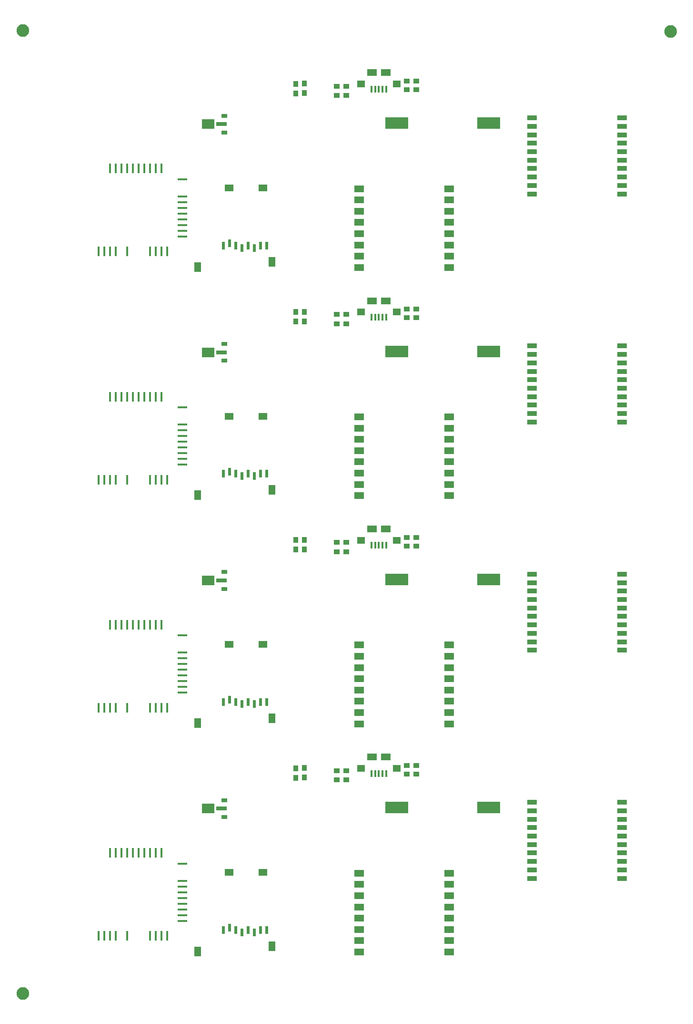
<source format=gbr>
G04 #@! TF.GenerationSoftware,KiCad,Pcbnew,(5.0.0)*
G04 #@! TF.CreationDate,2018-12-28T17:12:47-06:00*
G04 #@! TF.ProjectId,fk-core-v0.15-01x04,666B2D636F72652D76302E31352D3031,0.1*
G04 #@! TF.SameCoordinates,PX791ddc0PY791ddc0*
G04 #@! TF.FileFunction,Paste,Bot*
G04 #@! TF.FilePolarity,Positive*
%FSLAX46Y46*%
G04 Gerber Fmt 4.6, Leading zero omitted, Abs format (unit mm)*
G04 Created by KiCad (PCBNEW (5.0.0)) date 12/28/18 17:12:47*
%MOMM*%
%LPD*%
G01*
G04 APERTURE LIST*
%ADD10R,1.259586X1.709928*%
%ADD11R,1.618488X1.259586*%
%ADD12R,0.628650X1.348740*%
%ADD13R,0.990000X0.900000*%
%ADD14R,2.250000X1.800000*%
%ADD15R,1.080000X0.720000*%
%ADD16R,1.980000X0.720000*%
%ADD17R,1.800000X1.170000*%
%ADD18R,1.440000X1.260000*%
%ADD19R,0.360000X1.215000*%
%ADD20R,1.710000X1.260000*%
%ADD21R,0.360000X1.710000*%
%ADD22R,1.710000X0.360000*%
%ADD23R,4.050000X2.070000*%
%ADD24R,1.799082X0.900684*%
%ADD25R,0.900000X0.990000*%
%ADD26C,2.250000*%
G04 APERTURE END LIST*
D10*
G04 #@! TO.C,M7*
X-48854360Y-68071100D03*
X-35653980Y-67169400D03*
D11*
X-43253660Y-54070620D03*
X-37254180Y-54070620D03*
D12*
X-36553140Y-64268720D03*
X-37652960Y-64268720D03*
X-38752780Y-64670040D03*
X-39855140Y-64268720D03*
X-40954960Y-64670040D03*
X-42054780Y-64268720D03*
X-43154600Y-63869940D03*
X-44254420Y-64268720D03*
G04 #@! TD*
D13*
G04 #@! TO.C,R30*
X-9982200Y-36587800D03*
X-11682200Y-36587800D03*
G04 #@! TD*
G04 #@! TO.C,R23*
X-9970400Y-35063800D03*
X-11670400Y-35063800D03*
G04 #@! TD*
D14*
G04 #@! TO.C,U14*
X-46972400Y-42709200D03*
D15*
X-44122400Y-44209200D03*
D16*
X-44622400Y-42709200D03*
D15*
X-44122400Y-41209200D03*
G04 #@! TD*
D17*
G04 #@! TO.C,U3*
X-4141200Y-68171200D03*
X-4141200Y-66171200D03*
X-4141200Y-64171200D03*
X-4141200Y-62171200D03*
X-4141200Y-60171200D03*
X-4141200Y-58171200D03*
X-4141200Y-56171200D03*
X-4141200Y-54171200D03*
X-20141200Y-54171200D03*
X-20141200Y-56171200D03*
X-20141200Y-58171200D03*
X-20141200Y-60171200D03*
X-20141200Y-62171200D03*
X-20141200Y-64171200D03*
X-20141200Y-66171200D03*
X-20141200Y-68171200D03*
G04 #@! TD*
D18*
G04 #@! TO.C,J9*
X-19816200Y-35566200D03*
D19*
X-15316200Y-36486200D03*
X-15966200Y-36486200D03*
X-17916200Y-36486200D03*
X-17266200Y-36486200D03*
D20*
X-17816200Y-33566200D03*
X-15416200Y-33566200D03*
D19*
X-16616200Y-36486200D03*
D18*
X-13416200Y-35566200D03*
G04 #@! TD*
D21*
G04 #@! TO.C,U1*
X-64395530Y-50587060D03*
X-63379534Y-50587060D03*
X-62363534Y-50587060D03*
X-61347530Y-50587060D03*
X-60331530Y-50587060D03*
X-59315530Y-50587060D03*
X-58299530Y-50587060D03*
X-57283530Y-50587060D03*
X-56267530Y-50587060D03*
X-55251530Y-50587060D03*
X-66435750Y-65317330D03*
X-65419750Y-65317330D03*
X-64403750Y-65317330D03*
X-63387753Y-65317330D03*
X-61355750Y-65317330D03*
X-54243750Y-65317330D03*
X-55259750Y-65317330D03*
X-56275750Y-65317330D03*
X-57291750Y-65317330D03*
D22*
X-51572300Y-52486930D03*
X-51572300Y-62646930D03*
X-51572300Y-61630930D03*
X-51572300Y-60614930D03*
X-51572300Y-59598930D03*
X-51572300Y-58582931D03*
X-51572300Y-57566931D03*
X-51572300Y-56550930D03*
X-51572300Y-55534930D03*
G04 #@! TD*
D23*
G04 #@! TO.C,BT1*
X-13453600Y-42556800D03*
X2946400Y-42556800D03*
G04 #@! TD*
D24*
G04 #@! TO.C,U10*
X26644600Y-55096780D03*
X26644600Y-53598180D03*
X26644600Y-52097040D03*
X26644600Y-50598440D03*
X26644600Y-49097300D03*
X26644600Y-47598700D03*
X26644600Y-46097560D03*
X26644600Y-44598960D03*
X26644600Y-43097820D03*
X26644600Y-41599220D03*
X10642600Y-41599220D03*
X10642600Y-43097820D03*
X10642600Y-44598960D03*
X10642600Y-46097560D03*
X10642600Y-47598700D03*
X10642600Y-49097300D03*
X10642600Y-50598440D03*
X10642600Y-52097040D03*
X10642600Y-53598180D03*
X10642600Y-55096780D03*
G04 #@! TD*
D13*
G04 #@! TO.C,R31*
X-24116476Y-35971505D03*
X-22416476Y-35971505D03*
G04 #@! TD*
D25*
G04 #@! TO.C,R26*
X-31369000Y-37234600D03*
X-31369000Y-35534600D03*
G04 #@! TD*
G04 #@! TO.C,R27*
X-29845000Y-37209200D03*
X-29845000Y-35509200D03*
G04 #@! TD*
D13*
G04 #@! TO.C,C14*
X-22416476Y-37622505D03*
X-24116476Y-37622505D03*
G04 #@! TD*
D12*
G04 #@! TO.C,M7*
X-44254420Y-23768720D03*
X-43154600Y-23369940D03*
X-42054780Y-23768720D03*
X-40954960Y-24170040D03*
X-39855140Y-23768720D03*
X-38752780Y-24170040D03*
X-37652960Y-23768720D03*
X-36553140Y-23768720D03*
D11*
X-37254180Y-13570620D03*
X-43253660Y-13570620D03*
D10*
X-35653980Y-26669400D03*
X-48854360Y-27571100D03*
G04 #@! TD*
D18*
G04 #@! TO.C,J9*
X-13416200Y4933800D03*
D19*
X-16616200Y4013800D03*
D20*
X-15416200Y6933800D03*
X-17816200Y6933800D03*
D19*
X-17266200Y4013800D03*
X-17916200Y4013800D03*
X-15966200Y4013800D03*
X-15316200Y4013800D03*
D18*
X-19816200Y4933800D03*
G04 #@! TD*
D22*
G04 #@! TO.C,U1*
X-51572300Y-15034930D03*
X-51572300Y-16050930D03*
X-51572300Y-17066931D03*
X-51572300Y-18082931D03*
X-51572300Y-19098930D03*
X-51572300Y-20114930D03*
X-51572300Y-21130930D03*
X-51572300Y-22146930D03*
X-51572300Y-11986930D03*
D21*
X-57291750Y-24817330D03*
X-56275750Y-24817330D03*
X-55259750Y-24817330D03*
X-54243750Y-24817330D03*
X-61355750Y-24817330D03*
X-63387753Y-24817330D03*
X-64403750Y-24817330D03*
X-65419750Y-24817330D03*
X-66435750Y-24817330D03*
X-55251530Y-10087060D03*
X-56267530Y-10087060D03*
X-57283530Y-10087060D03*
X-58299530Y-10087060D03*
X-59315530Y-10087060D03*
X-60331530Y-10087060D03*
X-61347530Y-10087060D03*
X-62363534Y-10087060D03*
X-63379534Y-10087060D03*
X-64395530Y-10087060D03*
G04 #@! TD*
D23*
G04 #@! TO.C,BT1*
X2946400Y-2056800D03*
X-13453600Y-2056800D03*
G04 #@! TD*
D24*
G04 #@! TO.C,U10*
X10642600Y-14596780D03*
X10642600Y-13098180D03*
X10642600Y-11597040D03*
X10642600Y-10098440D03*
X10642600Y-8597300D03*
X10642600Y-7098700D03*
X10642600Y-5597560D03*
X10642600Y-4098960D03*
X10642600Y-2597820D03*
X10642600Y-1099220D03*
X26644600Y-1099220D03*
X26644600Y-2597820D03*
X26644600Y-4098960D03*
X26644600Y-5597560D03*
X26644600Y-7098700D03*
X26644600Y-8597300D03*
X26644600Y-10098440D03*
X26644600Y-11597040D03*
X26644600Y-13098180D03*
X26644600Y-14596780D03*
G04 #@! TD*
D13*
G04 #@! TO.C,C14*
X-24116476Y2877495D03*
X-22416476Y2877495D03*
G04 #@! TD*
D25*
G04 #@! TO.C,R27*
X-29845000Y4990800D03*
X-29845000Y3290800D03*
G04 #@! TD*
D13*
G04 #@! TO.C,R31*
X-22416476Y4528495D03*
X-24116476Y4528495D03*
G04 #@! TD*
D25*
G04 #@! TO.C,R26*
X-31369000Y4965400D03*
X-31369000Y3265400D03*
G04 #@! TD*
D13*
G04 #@! TO.C,R30*
X-11682200Y3912200D03*
X-9982200Y3912200D03*
G04 #@! TD*
D17*
G04 #@! TO.C,U3*
X-20141200Y-27671200D03*
X-20141200Y-25671200D03*
X-20141200Y-23671200D03*
X-20141200Y-21671200D03*
X-20141200Y-19671200D03*
X-20141200Y-17671200D03*
X-20141200Y-15671200D03*
X-20141200Y-13671200D03*
X-4141200Y-13671200D03*
X-4141200Y-15671200D03*
X-4141200Y-17671200D03*
X-4141200Y-19671200D03*
X-4141200Y-21671200D03*
X-4141200Y-23671200D03*
X-4141200Y-25671200D03*
X-4141200Y-27671200D03*
G04 #@! TD*
D13*
G04 #@! TO.C,R23*
X-11670400Y5436200D03*
X-9970400Y5436200D03*
G04 #@! TD*
D15*
G04 #@! TO.C,U14*
X-44122400Y-709200D03*
D16*
X-44622400Y-2209200D03*
D15*
X-44122400Y-3709200D03*
D14*
X-46972400Y-2209200D03*
G04 #@! TD*
D10*
G04 #@! TO.C,M7*
X-48854360Y12928900D03*
X-35653980Y13830600D03*
D11*
X-43253660Y26929380D03*
X-37254180Y26929380D03*
D12*
X-36553140Y16731280D03*
X-37652960Y16731280D03*
X-38752780Y16329960D03*
X-39855140Y16731280D03*
X-40954960Y16329960D03*
X-42054780Y16731280D03*
X-43154600Y17130060D03*
X-44254420Y16731280D03*
G04 #@! TD*
D18*
G04 #@! TO.C,J9*
X-19816200Y45433800D03*
D19*
X-15316200Y44513800D03*
X-15966200Y44513800D03*
X-17916200Y44513800D03*
X-17266200Y44513800D03*
D20*
X-17816200Y47433800D03*
X-15416200Y47433800D03*
D19*
X-16616200Y44513800D03*
D18*
X-13416200Y45433800D03*
G04 #@! TD*
D21*
G04 #@! TO.C,U1*
X-64395530Y30412940D03*
X-63379534Y30412940D03*
X-62363534Y30412940D03*
X-61347530Y30412940D03*
X-60331530Y30412940D03*
X-59315530Y30412940D03*
X-58299530Y30412940D03*
X-57283530Y30412940D03*
X-56267530Y30412940D03*
X-55251530Y30412940D03*
X-66435750Y15682670D03*
X-65419750Y15682670D03*
X-64403750Y15682670D03*
X-63387753Y15682670D03*
X-61355750Y15682670D03*
X-54243750Y15682670D03*
X-55259750Y15682670D03*
X-56275750Y15682670D03*
X-57291750Y15682670D03*
D22*
X-51572300Y28513070D03*
X-51572300Y18353070D03*
X-51572300Y19369070D03*
X-51572300Y20385070D03*
X-51572300Y21401070D03*
X-51572300Y22417069D03*
X-51572300Y23433069D03*
X-51572300Y24449070D03*
X-51572300Y25465070D03*
G04 #@! TD*
D23*
G04 #@! TO.C,BT1*
X-13453600Y38443200D03*
X2946400Y38443200D03*
G04 #@! TD*
D24*
G04 #@! TO.C,U10*
X26644600Y25903220D03*
X26644600Y27401820D03*
X26644600Y28902960D03*
X26644600Y30401560D03*
X26644600Y31902700D03*
X26644600Y33401300D03*
X26644600Y34902440D03*
X26644600Y36401040D03*
X26644600Y37902180D03*
X26644600Y39400780D03*
X10642600Y39400780D03*
X10642600Y37902180D03*
X10642600Y36401040D03*
X10642600Y34902440D03*
X10642600Y33401300D03*
X10642600Y31902700D03*
X10642600Y30401560D03*
X10642600Y28902960D03*
X10642600Y27401820D03*
X10642600Y25903220D03*
G04 #@! TD*
D13*
G04 #@! TO.C,C14*
X-22416476Y43377495D03*
X-24116476Y43377495D03*
G04 #@! TD*
D25*
G04 #@! TO.C,R26*
X-31369000Y43765400D03*
X-31369000Y45465400D03*
G04 #@! TD*
G04 #@! TO.C,R27*
X-29845000Y43790800D03*
X-29845000Y45490800D03*
G04 #@! TD*
D13*
G04 #@! TO.C,R31*
X-24116476Y45028495D03*
X-22416476Y45028495D03*
G04 #@! TD*
G04 #@! TO.C,R23*
X-9970400Y45936200D03*
X-11670400Y45936200D03*
G04 #@! TD*
D14*
G04 #@! TO.C,U14*
X-46972400Y38290800D03*
D15*
X-44122400Y36790800D03*
D16*
X-44622400Y38290800D03*
D15*
X-44122400Y39790800D03*
G04 #@! TD*
D17*
G04 #@! TO.C,U3*
X-4141200Y12828800D03*
X-4141200Y14828800D03*
X-4141200Y16828800D03*
X-4141200Y18828800D03*
X-4141200Y20828800D03*
X-4141200Y22828800D03*
X-4141200Y24828800D03*
X-4141200Y26828800D03*
X-20141200Y26828800D03*
X-20141200Y24828800D03*
X-20141200Y22828800D03*
X-20141200Y20828800D03*
X-20141200Y18828800D03*
X-20141200Y16828800D03*
X-20141200Y14828800D03*
X-20141200Y12828800D03*
G04 #@! TD*
D13*
G04 #@! TO.C,R30*
X-9982200Y44412200D03*
X-11682200Y44412200D03*
G04 #@! TD*
D12*
G04 #@! TO.C,M7*
X-44254420Y57231280D03*
X-43154600Y57630060D03*
X-42054780Y57231280D03*
X-40954960Y56829960D03*
X-39855140Y57231280D03*
X-38752780Y56829960D03*
X-37652960Y57231280D03*
X-36553140Y57231280D03*
D11*
X-37254180Y67429380D03*
X-43253660Y67429380D03*
D10*
X-35653980Y54330600D03*
X-48854360Y53428900D03*
G04 #@! TD*
D13*
G04 #@! TO.C,R31*
X-22416476Y85528495D03*
X-24116476Y85528495D03*
G04 #@! TD*
D25*
G04 #@! TO.C,R27*
X-29845000Y85990800D03*
X-29845000Y84290800D03*
G04 #@! TD*
G04 #@! TO.C,R26*
X-31369000Y85965400D03*
X-31369000Y84265400D03*
G04 #@! TD*
D13*
G04 #@! TO.C,C14*
X-24116476Y83877495D03*
X-22416476Y83877495D03*
G04 #@! TD*
D15*
G04 #@! TO.C,U14*
X-44122400Y80290800D03*
D16*
X-44622400Y78790800D03*
D15*
X-44122400Y77290800D03*
D14*
X-46972400Y78790800D03*
G04 #@! TD*
D17*
G04 #@! TO.C,U3*
X-20141200Y53328800D03*
X-20141200Y55328800D03*
X-20141200Y57328800D03*
X-20141200Y59328800D03*
X-20141200Y61328800D03*
X-20141200Y63328800D03*
X-20141200Y65328800D03*
X-20141200Y67328800D03*
X-4141200Y67328800D03*
X-4141200Y65328800D03*
X-4141200Y63328800D03*
X-4141200Y61328800D03*
X-4141200Y59328800D03*
X-4141200Y57328800D03*
X-4141200Y55328800D03*
X-4141200Y53328800D03*
G04 #@! TD*
D13*
G04 #@! TO.C,R30*
X-11682200Y84912200D03*
X-9982200Y84912200D03*
G04 #@! TD*
G04 #@! TO.C,R23*
X-11670400Y86436200D03*
X-9970400Y86436200D03*
G04 #@! TD*
D23*
G04 #@! TO.C,BT1*
X2946400Y78943200D03*
X-13453600Y78943200D03*
G04 #@! TD*
D24*
G04 #@! TO.C,U10*
X10642600Y66403220D03*
X10642600Y67901820D03*
X10642600Y69402960D03*
X10642600Y70901560D03*
X10642600Y72402700D03*
X10642600Y73901300D03*
X10642600Y75402440D03*
X10642600Y76901040D03*
X10642600Y78402180D03*
X10642600Y79900780D03*
X26644600Y79900780D03*
X26644600Y78402180D03*
X26644600Y76901040D03*
X26644600Y75402440D03*
X26644600Y73901300D03*
X26644600Y72402700D03*
X26644600Y70901560D03*
X26644600Y69402960D03*
X26644600Y67901820D03*
X26644600Y66403220D03*
G04 #@! TD*
D22*
G04 #@! TO.C,U1*
X-51572300Y65965070D03*
X-51572300Y64949070D03*
X-51572300Y63933069D03*
X-51572300Y62917069D03*
X-51572300Y61901070D03*
X-51572300Y60885070D03*
X-51572300Y59869070D03*
X-51572300Y58853070D03*
X-51572300Y69013070D03*
D21*
X-57291750Y56182670D03*
X-56275750Y56182670D03*
X-55259750Y56182670D03*
X-54243750Y56182670D03*
X-61355750Y56182670D03*
X-63387753Y56182670D03*
X-64403750Y56182670D03*
X-65419750Y56182670D03*
X-66435750Y56182670D03*
X-55251530Y70912940D03*
X-56267530Y70912940D03*
X-57283530Y70912940D03*
X-58299530Y70912940D03*
X-59315530Y70912940D03*
X-60331530Y70912940D03*
X-61347530Y70912940D03*
X-62363534Y70912940D03*
X-63379534Y70912940D03*
X-64395530Y70912940D03*
G04 #@! TD*
D18*
G04 #@! TO.C,J9*
X-13416200Y85933800D03*
D19*
X-16616200Y85013800D03*
D20*
X-15416200Y87933800D03*
X-17816200Y87933800D03*
D19*
X-17266200Y85013800D03*
X-17916200Y85013800D03*
X-15966200Y85013800D03*
X-15316200Y85013800D03*
D18*
X-19816200Y85933800D03*
G04 #@! TD*
D26*
G04 #@! TO.C,REF\002A\002A*
X-79900000Y-75500000D03*
G04 #@! TD*
G04 #@! TO.C,REF\002A\002A*
X35211400Y95200000D03*
G04 #@! TD*
G04 #@! TO.C,REF\002A\002A*
X-79900000Y95400000D03*
G04 #@! TD*
M02*

</source>
